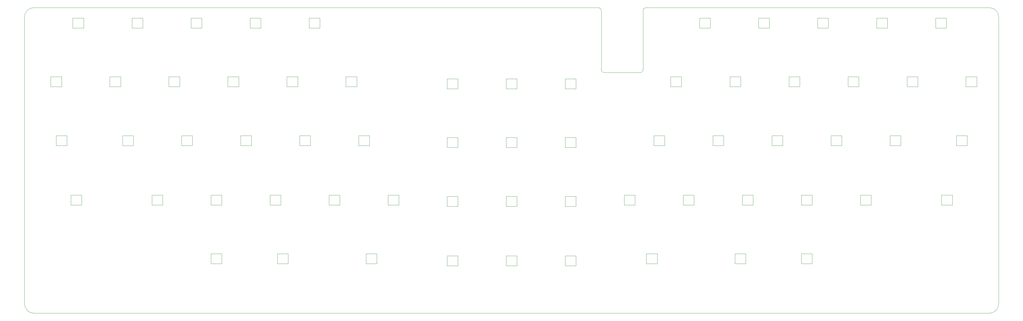
<source format=gbr>
G04 #@! TF.GenerationSoftware,KiCad,Pcbnew,7.0.9*
G04 #@! TF.CreationDate,2024-04-06T13:59:54+09:00*
G04 #@! TF.ProjectId,avain,61766169-6e2e-46b6-9963-61645f706362,rev?*
G04 #@! TF.SameCoordinates,Original*
G04 #@! TF.FileFunction,Profile,NP*
%FSLAX46Y46*%
G04 Gerber Fmt 4.6, Leading zero omitted, Abs format (unit mm)*
G04 Created by KiCad (PCBNEW 7.0.9) date 2024-04-06 13:59:54*
%MOMM*%
%LPD*%
G01*
G04 APERTURE LIST*
G04 #@! TA.AperFunction,Profile*
%ADD10C,0.100000*%
G04 #@! TD*
G04 #@! TA.AperFunction,Profile*
%ADD11C,0.120000*%
G04 #@! TD*
G04 APERTURE END LIST*
D10*
X216129280Y-17253153D02*
X325637500Y-17250000D01*
X14287500Y-113050000D02*
G75*
G03*
X17287500Y-116050000I3000000J0D01*
G01*
X17287500Y-17250000D02*
G75*
G03*
X14287500Y-20250000I0J-3000000D01*
G01*
X328637500Y-20250000D02*
G75*
G03*
X325637500Y-17250000I-3000000J0D01*
G01*
X198144266Y-17253153D02*
X17287500Y-17250000D01*
X14287500Y-20250000D02*
X14287500Y-113050000D01*
X328637500Y-113050000D02*
X328637500Y-20250000D01*
X325637500Y-116050000D02*
G75*
G03*
X328637500Y-113050000I0J3000000D01*
G01*
X17287500Y-116050000D02*
X325637500Y-116050000D01*
D11*
X249400000Y-81056200D02*
X245900000Y-81056200D01*
X249400000Y-77856200D02*
X249400000Y-81056200D01*
X245900000Y-81056200D02*
X245900000Y-77856200D01*
X245900000Y-77856200D02*
X249400000Y-77856200D01*
X58900000Y-81056200D02*
X55400000Y-81056200D01*
X58900000Y-77856200D02*
X58900000Y-81056200D01*
X55400000Y-81056200D02*
X55400000Y-77856200D01*
X55400000Y-77856200D02*
X58900000Y-77856200D01*
X26237500Y-42806200D02*
X22737500Y-42806200D01*
X26237500Y-39606200D02*
X26237500Y-42806200D01*
X22737500Y-42806200D02*
X22737500Y-39606200D01*
X22737500Y-39606200D02*
X26237500Y-39606200D01*
X169700000Y-40262400D02*
X173200000Y-40262400D01*
X169700000Y-43462400D02*
X169700000Y-40262400D01*
X173200000Y-40262400D02*
X173200000Y-43462400D01*
X173200000Y-43462400D02*
X169700000Y-43462400D01*
X74450000Y-96856200D02*
X77950000Y-96856200D01*
X74450000Y-100056200D02*
X74450000Y-96856200D01*
X77950000Y-96856200D02*
X77950000Y-100056200D01*
X77950000Y-100056200D02*
X74450000Y-100056200D01*
X64340000Y-42806200D02*
X60840000Y-42806200D01*
X64340000Y-39606200D02*
X64340000Y-42806200D01*
X60840000Y-42806200D02*
X60840000Y-39606200D01*
X60840000Y-39606200D02*
X64340000Y-39606200D01*
X154150000Y-100712400D02*
X150650000Y-100712400D01*
X154150000Y-97512400D02*
X154150000Y-100712400D01*
X150650000Y-100712400D02*
X150650000Y-97512400D01*
X150650000Y-97512400D02*
X154150000Y-97512400D01*
X121490000Y-42806200D02*
X117990000Y-42806200D01*
X121490000Y-39606200D02*
X121490000Y-42806200D01*
X117990000Y-42806200D02*
X117990000Y-39606200D01*
X117990000Y-39606200D02*
X121490000Y-39606200D01*
X308293800Y-20606200D02*
X311793800Y-20606200D01*
X308293800Y-23806200D02*
X308293800Y-20606200D01*
X311793800Y-20606200D02*
X311793800Y-23806200D01*
X311793800Y-23806200D02*
X308293800Y-23806200D01*
X199404866Y-17253153D02*
X198144266Y-17253153D01*
X200404866Y-18253153D02*
X200404866Y-37253153D01*
X201404866Y-38253153D02*
X211707866Y-38253153D01*
X211707866Y-38253153D02*
X212892266Y-38253153D01*
X213892266Y-37253153D02*
X213892266Y-18253153D01*
X214892266Y-17253153D02*
X216129266Y-17253153D01*
X200404866Y-18253153D02*
G75*
G03*
X199404866Y-17253153I-1000003J-3D01*
G01*
X200404866Y-37253153D02*
G75*
G03*
X201404866Y-38253153I1000003J3D01*
G01*
X214892266Y-17253146D02*
G75*
G03*
X213892266Y-18253153I14J-1000014D01*
G01*
X212892266Y-38253146D02*
G75*
G03*
X213892266Y-37253153I14J999986D01*
G01*
X87043800Y-20606200D02*
X90543800Y-20606200D01*
X87043800Y-23806200D02*
X87043800Y-20606200D01*
X90543800Y-20606200D02*
X90543800Y-23806200D01*
X90543800Y-23806200D02*
X87043800Y-23806200D01*
X103043800Y-58606200D02*
X106543800Y-58606200D01*
X103043800Y-61806200D02*
X103043800Y-58606200D01*
X106543800Y-58606200D02*
X106543800Y-61806200D01*
X106543800Y-61806200D02*
X103043800Y-61806200D01*
X243518800Y-96856200D02*
X247018800Y-96856200D01*
X243518800Y-100056200D02*
X243518800Y-96856200D01*
X247018800Y-96856200D02*
X247018800Y-100056200D01*
X247018800Y-100056200D02*
X243518800Y-100056200D01*
X251143800Y-20606200D02*
X254643800Y-20606200D01*
X251143800Y-23806200D02*
X251143800Y-20606200D01*
X254643800Y-20606200D02*
X254643800Y-23806200D01*
X254643800Y-23806200D02*
X251143800Y-23806200D01*
X45893800Y-58606200D02*
X49393800Y-58606200D01*
X45893800Y-61806200D02*
X45893800Y-58606200D01*
X49393800Y-58606200D02*
X49393800Y-61806200D01*
X49393800Y-61806200D02*
X45893800Y-61806200D01*
X313693800Y-81056200D02*
X310193800Y-81056200D01*
X313693800Y-77856200D02*
X313693800Y-81056200D01*
X310193800Y-81056200D02*
X310193800Y-77856200D01*
X310193800Y-77856200D02*
X313693800Y-77856200D01*
X192250000Y-62462400D02*
X188750000Y-62462400D01*
X192250000Y-59262400D02*
X192250000Y-62462400D01*
X188750000Y-62462400D02*
X188750000Y-59262400D01*
X188750000Y-59262400D02*
X192250000Y-59262400D01*
X64943800Y-58606200D02*
X68443800Y-58606200D01*
X64943800Y-61806200D02*
X64943800Y-58606200D01*
X68443800Y-58606200D02*
X68443800Y-61806200D01*
X68443800Y-61806200D02*
X64943800Y-61806200D01*
X188750000Y-40262400D02*
X192250000Y-40262400D01*
X188750000Y-43462400D02*
X188750000Y-40262400D01*
X192250000Y-40262400D02*
X192250000Y-43462400D01*
X192250000Y-43462400D02*
X188750000Y-43462400D01*
X302530600Y-42806200D02*
X299030600Y-42806200D01*
X302530600Y-39606200D02*
X302530600Y-42806200D01*
X299030600Y-42806200D02*
X299030600Y-39606200D01*
X299030600Y-39606200D02*
X302530600Y-39606200D01*
X274475000Y-58606200D02*
X277975000Y-58606200D01*
X274475000Y-61806200D02*
X274475000Y-58606200D01*
X277975000Y-58606200D02*
X277975000Y-61806200D01*
X277975000Y-61806200D02*
X274475000Y-61806200D01*
X289243800Y-20606200D02*
X292743800Y-20606200D01*
X289243800Y-23806200D02*
X289243800Y-20606200D01*
X292743800Y-20606200D02*
X292743800Y-23806200D01*
X292743800Y-23806200D02*
X289243800Y-23806200D01*
X287500000Y-81056200D02*
X284000000Y-81056200D01*
X287500000Y-77856200D02*
X287500000Y-81056200D01*
X284000000Y-81056200D02*
X284000000Y-77856200D01*
X284000000Y-77856200D02*
X287500000Y-77856200D01*
X77950000Y-81056200D02*
X74450000Y-81056200D01*
X77950000Y-77856200D02*
X77950000Y-81056200D01*
X74450000Y-81056200D02*
X74450000Y-77856200D01*
X74450000Y-77856200D02*
X77950000Y-77856200D01*
X314956300Y-58606200D02*
X318456300Y-58606200D01*
X314956300Y-61806200D02*
X314956300Y-58606200D01*
X318456300Y-58606200D02*
X318456300Y-61806200D01*
X318456300Y-61806200D02*
X314956300Y-61806200D01*
X135100000Y-81056200D02*
X131600000Y-81056200D01*
X135100000Y-77856200D02*
X135100000Y-81056200D01*
X131600000Y-81056200D02*
X131600000Y-77856200D01*
X131600000Y-77856200D02*
X135100000Y-77856200D01*
X270193800Y-20606200D02*
X273693800Y-20606200D01*
X270193800Y-23806200D02*
X270193800Y-20606200D01*
X273693800Y-20606200D02*
X273693800Y-23806200D01*
X273693800Y-23806200D02*
X270193800Y-23806200D01*
X116050000Y-81056200D02*
X112550000Y-81056200D01*
X116050000Y-77856200D02*
X116050000Y-81056200D01*
X112550000Y-81056200D02*
X112550000Y-77856200D01*
X112550000Y-77856200D02*
X116050000Y-77856200D01*
X124456300Y-96856200D02*
X127956300Y-96856200D01*
X124456300Y-100056200D02*
X124456300Y-96856200D01*
X127956300Y-96856200D02*
X127956300Y-100056200D01*
X127956300Y-100056200D02*
X124456300Y-100056200D01*
X150650000Y-78262400D02*
X154150000Y-78262400D01*
X150650000Y-81462400D02*
X150650000Y-78262400D01*
X154150000Y-78262400D02*
X154150000Y-81462400D01*
X154150000Y-81462400D02*
X150650000Y-81462400D01*
X283480600Y-42806200D02*
X279980600Y-42806200D01*
X283480600Y-39606200D02*
X283480600Y-42806200D01*
X279980600Y-42806200D02*
X279980600Y-39606200D01*
X279980600Y-39606200D02*
X283480600Y-39606200D01*
X154150000Y-62462400D02*
X150650000Y-62462400D01*
X154150000Y-59262400D02*
X154150000Y-62462400D01*
X150650000Y-62462400D02*
X150650000Y-59262400D01*
X150650000Y-59262400D02*
X154150000Y-59262400D01*
X255425000Y-58606200D02*
X258925000Y-58606200D01*
X255425000Y-61806200D02*
X255425000Y-58606200D01*
X258925000Y-58606200D02*
X258925000Y-61806200D01*
X258925000Y-61806200D02*
X255425000Y-61806200D01*
X32706300Y-81056200D02*
X29206300Y-81056200D01*
X32706300Y-77856200D02*
X32706300Y-81056200D01*
X29206300Y-81056200D02*
X29206300Y-77856200D01*
X29206300Y-77856200D02*
X32706300Y-77856200D01*
X211300000Y-81056200D02*
X207800000Y-81056200D01*
X211300000Y-77856200D02*
X211300000Y-81056200D01*
X207800000Y-81056200D02*
X207800000Y-77856200D01*
X207800000Y-77856200D02*
X211300000Y-77856200D01*
X188750000Y-78262400D02*
X192250000Y-78262400D01*
X188750000Y-81462400D02*
X188750000Y-78262400D01*
X192250000Y-78262400D02*
X192250000Y-81462400D01*
X192250000Y-81462400D02*
X188750000Y-81462400D01*
X83993800Y-58606200D02*
X87493800Y-58606200D01*
X83993800Y-61806200D02*
X83993800Y-58606200D01*
X87493800Y-58606200D02*
X87493800Y-61806200D01*
X87493800Y-61806200D02*
X83993800Y-61806200D01*
X192250000Y-100712400D02*
X188750000Y-100712400D01*
X192250000Y-97512400D02*
X192250000Y-100712400D01*
X188750000Y-100712400D02*
X188750000Y-97512400D01*
X188750000Y-97512400D02*
X192250000Y-97512400D01*
X245380600Y-42806200D02*
X241880600Y-42806200D01*
X245380600Y-39606200D02*
X245380600Y-42806200D01*
X241880600Y-42806200D02*
X241880600Y-39606200D01*
X241880600Y-39606200D02*
X245380600Y-39606200D01*
X45290000Y-42806200D02*
X41790000Y-42806200D01*
X45290000Y-39606200D02*
X45290000Y-42806200D01*
X41790000Y-42806200D02*
X41790000Y-39606200D01*
X41790000Y-39606200D02*
X45290000Y-39606200D01*
X264430600Y-42806200D02*
X260930600Y-42806200D01*
X264430600Y-39606200D02*
X264430600Y-42806200D01*
X260930600Y-42806200D02*
X260930600Y-39606200D01*
X260930600Y-39606200D02*
X264430600Y-39606200D01*
X24462500Y-58606200D02*
X27962500Y-58606200D01*
X24462500Y-61806200D02*
X24462500Y-58606200D01*
X27962500Y-58606200D02*
X27962500Y-61806200D01*
X27962500Y-61806200D02*
X24462500Y-61806200D01*
X150650000Y-40262400D02*
X154150000Y-40262400D01*
X150650000Y-43462400D02*
X150650000Y-40262400D01*
X154150000Y-40262400D02*
X154150000Y-43462400D01*
X154150000Y-43462400D02*
X150650000Y-43462400D01*
X321574400Y-42806200D02*
X318074400Y-42806200D01*
X321574400Y-39606200D02*
X321574400Y-42806200D01*
X318074400Y-42806200D02*
X318074400Y-39606200D01*
X318074400Y-39606200D02*
X321574400Y-39606200D01*
X173200000Y-62462400D02*
X169700000Y-62462400D01*
X173200000Y-59262400D02*
X173200000Y-62462400D01*
X169700000Y-62462400D02*
X169700000Y-59262400D01*
X169700000Y-59262400D02*
X173200000Y-59262400D01*
X268450000Y-81056200D02*
X264950000Y-81056200D01*
X268450000Y-77856200D02*
X268450000Y-81056200D01*
X264950000Y-81056200D02*
X264950000Y-77856200D01*
X264950000Y-77856200D02*
X268450000Y-77856200D01*
X48943800Y-20606200D02*
X52443800Y-20606200D01*
X48943800Y-23806200D02*
X48943800Y-20606200D01*
X52443800Y-20606200D02*
X52443800Y-23806200D01*
X52443800Y-23806200D02*
X48943800Y-23806200D01*
X293525000Y-58606200D02*
X297025000Y-58606200D01*
X293525000Y-61806200D02*
X293525000Y-58606200D01*
X297025000Y-58606200D02*
X297025000Y-61806200D01*
X297025000Y-61806200D02*
X293525000Y-61806200D01*
X29851900Y-20606200D02*
X33351900Y-20606200D01*
X29851900Y-23806200D02*
X29851900Y-20606200D01*
X33351900Y-20606200D02*
X33351900Y-23806200D01*
X33351900Y-23806200D02*
X29851900Y-23806200D01*
X214943800Y-96856200D02*
X218443800Y-96856200D01*
X214943800Y-100056200D02*
X214943800Y-96856200D01*
X218443800Y-96856200D02*
X218443800Y-100056200D01*
X218443800Y-100056200D02*
X214943800Y-100056200D01*
X106093800Y-20606200D02*
X109593800Y-20606200D01*
X106093800Y-23806200D02*
X106093800Y-20606200D01*
X109593800Y-20606200D02*
X109593800Y-23806200D01*
X109593800Y-23806200D02*
X106093800Y-23806200D01*
X264950000Y-96856200D02*
X268450000Y-96856200D01*
X264950000Y-100056200D02*
X264950000Y-96856200D01*
X268450000Y-96856200D02*
X268450000Y-100056200D01*
X268450000Y-100056200D02*
X264950000Y-100056200D01*
X97000000Y-81056200D02*
X93500000Y-81056200D01*
X97000000Y-77856200D02*
X97000000Y-81056200D01*
X93500000Y-81056200D02*
X93500000Y-77856200D01*
X93500000Y-77856200D02*
X97000000Y-77856200D01*
X236375000Y-58606200D02*
X239875000Y-58606200D01*
X236375000Y-61806200D02*
X236375000Y-58606200D01*
X239875000Y-58606200D02*
X239875000Y-61806200D01*
X239875000Y-61806200D02*
X236375000Y-61806200D01*
X83390000Y-42806200D02*
X79890000Y-42806200D01*
X83390000Y-39606200D02*
X83390000Y-42806200D01*
X79890000Y-42806200D02*
X79890000Y-39606200D01*
X79890000Y-39606200D02*
X83390000Y-39606200D01*
X230350000Y-81056200D02*
X226850000Y-81056200D01*
X230350000Y-77856200D02*
X230350000Y-81056200D01*
X226850000Y-81056200D02*
X226850000Y-77856200D01*
X226850000Y-77856200D02*
X230350000Y-77856200D01*
X226250000Y-42806200D02*
X222750000Y-42806200D01*
X226250000Y-39606200D02*
X226250000Y-42806200D01*
X222750000Y-42806200D02*
X222750000Y-39606200D01*
X222750000Y-39606200D02*
X226250000Y-39606200D01*
X95881300Y-96856200D02*
X99381300Y-96856200D01*
X95881300Y-100056200D02*
X95881300Y-96856200D01*
X99381300Y-96856200D02*
X99381300Y-100056200D01*
X99381300Y-100056200D02*
X95881300Y-100056200D01*
X102440000Y-42806200D02*
X98940000Y-42806200D01*
X102440000Y-39606200D02*
X102440000Y-42806200D01*
X98940000Y-42806200D02*
X98940000Y-39606200D01*
X98940000Y-39606200D02*
X102440000Y-39606200D01*
X173200000Y-100712400D02*
X169700000Y-100712400D01*
X173200000Y-97512400D02*
X173200000Y-100712400D01*
X169700000Y-100712400D02*
X169700000Y-97512400D01*
X169700000Y-97512400D02*
X173200000Y-97512400D01*
X169700000Y-78262400D02*
X173200000Y-78262400D01*
X169700000Y-81462400D02*
X169700000Y-78262400D01*
X173200000Y-78262400D02*
X173200000Y-81462400D01*
X173200000Y-81462400D02*
X169700000Y-81462400D01*
X122093800Y-58606200D02*
X125593800Y-58606200D01*
X122093800Y-61806200D02*
X122093800Y-58606200D01*
X125593800Y-58606200D02*
X125593800Y-61806200D01*
X125593800Y-61806200D02*
X122093800Y-61806200D01*
X217325000Y-58606200D02*
X220825000Y-58606200D01*
X217325000Y-61806200D02*
X217325000Y-58606200D01*
X220825000Y-58606200D02*
X220825000Y-61806200D01*
X220825000Y-61806200D02*
X217325000Y-61806200D01*
X232093800Y-20606200D02*
X235593800Y-20606200D01*
X232093800Y-23806200D02*
X232093800Y-20606200D01*
X235593800Y-20606200D02*
X235593800Y-23806200D01*
X235593800Y-23806200D02*
X232093800Y-23806200D01*
X67993800Y-20606200D02*
X71493800Y-20606200D01*
X67993800Y-23806200D02*
X67993800Y-20606200D01*
X71493800Y-20606200D02*
X71493800Y-23806200D01*
X71493800Y-23806200D02*
X67993800Y-23806200D01*
M02*

</source>
